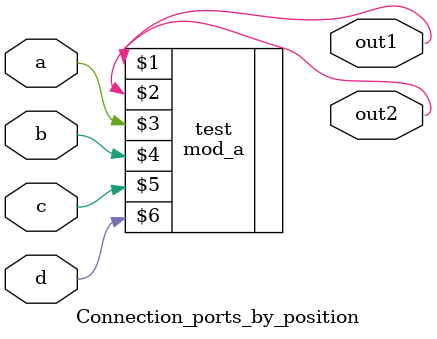
<source format=v>
module Connection_ports_by_position ( 
    input a, 
    input b, 
    input c,
    input d,
    output out1,
    output out2
);
    mod_a test(out1,out2,a,b,c,d);
endmodule

</source>
